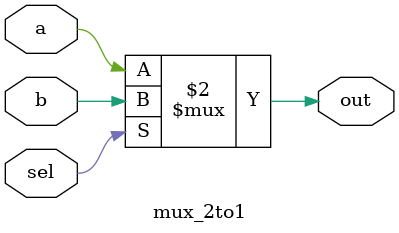
<source format=v>
module mux_2to1 (
    input  a,
    input  b,
    input  sel,
    output out
);

    assign out = (sel == 1'b0) ? a : b;

endmodule
</source>
